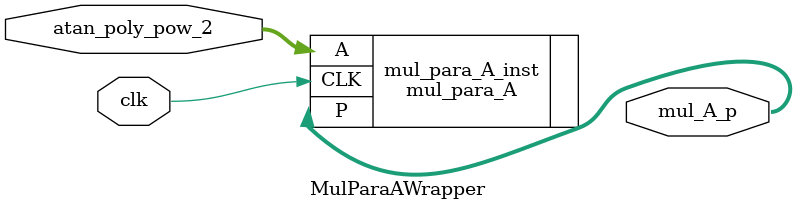
<source format=v>
`timescale 1ns / 1ps


module MulParaAWrapper(
    input           clk             ,
    input [15:0]    atan_poly_pow_2 ,
    output [22:0]   mul_A_p         
    );
    
   mul_para_A mul_para_A_inst (
      .CLK(clk),  // input wire CLK
      .A(atan_poly_pow_2),      // input wire [15 : 0] A
      .P(mul_A_p)      // output wire [22 : 0] P
    );
endmodule

</source>
